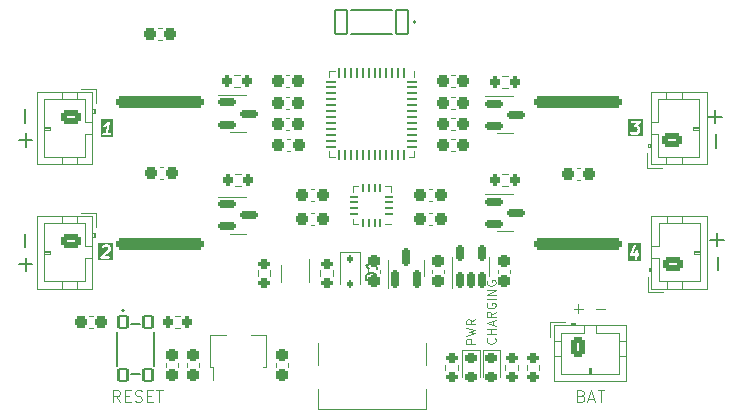
<source format=gbr>
%TF.GenerationSoftware,KiCad,Pcbnew,7.0.9*%
%TF.CreationDate,2023-12-10T21:37:23+08:00*%
%TF.ProjectId,E-Secnt Coach,452d5365-636e-4742-9043-6f6163682e6b,rev?*%
%TF.SameCoordinates,Original*%
%TF.FileFunction,Legend,Top*%
%TF.FilePolarity,Positive*%
%FSLAX46Y46*%
G04 Gerber Fmt 4.6, Leading zero omitted, Abs format (unit mm)*
G04 Created by KiCad (PCBNEW 7.0.9) date 2023-12-10 21:37:23*
%MOMM*%
%LPD*%
G01*
G04 APERTURE LIST*
G04 Aperture macros list*
%AMRoundRect*
0 Rectangle with rounded corners*
0 $1 Rounding radius*
0 $2 $3 $4 $5 $6 $7 $8 $9 X,Y pos of 4 corners*
0 Add a 4 corners polygon primitive as box body*
4,1,4,$2,$3,$4,$5,$6,$7,$8,$9,$2,$3,0*
0 Add four circle primitives for the rounded corners*
1,1,$1+$1,$2,$3*
1,1,$1+$1,$4,$5*
1,1,$1+$1,$6,$7*
1,1,$1+$1,$8,$9*
0 Add four rect primitives between the rounded corners*
20,1,$1+$1,$2,$3,$4,$5,0*
20,1,$1+$1,$4,$5,$6,$7,0*
20,1,$1+$1,$6,$7,$8,$9,0*
20,1,$1+$1,$8,$9,$2,$3,0*%
%AMFreePoly0*
4,1,9,3.862500,-0.866500,0.737500,-0.866500,0.737500,-0.450000,-0.737500,-0.450000,-0.737500,0.450000,0.737500,0.450000,0.737500,0.866500,3.862500,0.866500,3.862500,-0.866500,3.862500,-0.866500,$1*%
%AMFreePoly1*
4,1,43,1.015063,3.345106,1.030902,3.345106,1.043715,3.335796,1.058779,3.330902,1.068088,3.318088,1.080902,3.308779,1.085796,3.293715,1.095106,3.280902,1.095106,3.265062,1.100000,3.250000,1.100000,-3.750000,1.095106,-3.765062,1.095106,-3.780902,1.085796,-3.793715,1.080902,-3.808779,1.068088,-3.818088,1.058779,-3.830902,1.043715,-3.835796,1.030902,-3.845106,1.015063,-3.845106,
1.000000,-3.850000,0.000000,-3.850000,-0.016926,-3.844500,-0.034710,-3.843783,-0.045590,-3.835187,-0.058779,-3.830902,-0.069241,-3.816501,-0.083205,-3.805470,-1.583205,-1.555470,-1.591042,-1.527569,-1.600000,-1.500000,-1.600000,1.000000,-1.591042,1.027569,-1.583205,1.055470,-0.083205,3.305470,-0.069241,3.316501,-0.058779,3.330902,-0.045590,3.335187,-0.034710,3.343783,-0.016926,3.344500,
0.000000,3.350000,1.000000,3.350000,1.015063,3.345106,1.015063,3.345106,$1*%
%AMFreePoly2*
4,1,43,0.016926,3.344500,0.034710,3.343783,0.045590,3.335187,0.058779,3.330902,0.069241,3.316501,0.083205,3.305470,1.583205,1.055470,1.591043,1.027566,1.600000,1.000000,1.600000,-1.500000,1.591043,-1.527566,1.583205,-1.555470,0.083205,-3.805470,0.069241,-3.816501,0.058779,-3.830902,0.045590,-3.835187,0.034710,-3.843783,0.016926,-3.844500,0.000000,-3.850000,-1.000000,-3.850000,
-1.015063,-3.845106,-1.030902,-3.845106,-1.043715,-3.835796,-1.058779,-3.830902,-1.068088,-3.818088,-1.080902,-3.808779,-1.085796,-3.793715,-1.095106,-3.780902,-1.095106,-3.765062,-1.100000,-3.750000,-1.100000,3.250000,-1.095106,3.265062,-1.095106,3.280902,-1.085796,3.293715,-1.080902,3.308779,-1.068088,3.318088,-1.058779,3.330902,-1.043715,3.335796,-1.030902,3.345106,-1.015063,3.345106,
-1.000000,3.350000,0.000000,3.350000,0.016926,3.344500,0.016926,3.344500,$1*%
G04 Aperture macros list end*
%ADD10C,0.187500*%
%ADD11C,0.125000*%
%ADD12C,0.088900*%
%ADD13C,0.200000*%
%ADD14C,0.150000*%
%ADD15C,0.120000*%
%ADD16C,0.127000*%
%ADD17RoundRect,0.250000X0.625000X-0.350000X0.625000X0.350000X-0.625000X0.350000X-0.625000X-0.350000X0*%
%ADD18O,1.750000X1.200000*%
%ADD19R,0.900000X1.300000*%
%ADD20FreePoly0,90.000000*%
%ADD21C,5.600000*%
%ADD22RoundRect,0.200000X0.200000X0.275000X-0.200000X0.275000X-0.200000X-0.275000X0.200000X-0.275000X0*%
%ADD23RoundRect,0.237500X-0.300000X-0.237500X0.300000X-0.237500X0.300000X0.237500X-0.300000X0.237500X0*%
%ADD24RoundRect,0.062500X-0.062500X0.337500X-0.062500X-0.337500X0.062500X-0.337500X0.062500X0.337500X0*%
%ADD25RoundRect,0.062500X-0.337500X0.062500X-0.337500X-0.062500X0.337500X-0.062500X0.337500X0.062500X0*%
%ADD26R,5.300000X5.300000*%
%ADD27RoundRect,0.250000X-0.625000X0.350000X-0.625000X-0.350000X0.625000X-0.350000X0.625000X0.350000X0*%
%ADD28RoundRect,0.250000X-3.500000X0.250000X-3.500000X-0.250000X3.500000X-0.250000X3.500000X0.250000X0*%
%ADD29FreePoly1,270.000000*%
%ADD30FreePoly2,270.000000*%
%ADD31RoundRect,0.218750X-0.256250X0.218750X-0.256250X-0.218750X0.256250X-0.218750X0.256250X0.218750X0*%
%ADD32RoundRect,0.237500X-0.237500X0.300000X-0.237500X-0.300000X0.237500X-0.300000X0.237500X0.300000X0*%
%ADD33C,0.650000*%
%ADD34R,0.600000X1.240000*%
%ADD35R,0.300000X1.240000*%
%ADD36O,1.000000X2.100000*%
%ADD37O,1.000000X1.800000*%
%ADD38RoundRect,0.237500X0.300000X0.237500X-0.300000X0.237500X-0.300000X-0.237500X0.300000X-0.237500X0*%
%ADD39RoundRect,0.150000X0.150000X-0.587500X0.150000X0.587500X-0.150000X0.587500X-0.150000X-0.587500X0*%
%ADD40RoundRect,0.150000X-0.587500X-0.150000X0.587500X-0.150000X0.587500X0.150000X-0.587500X0.150000X0*%
%ADD41RoundRect,0.200000X0.275000X-0.200000X0.275000X0.200000X-0.275000X0.200000X-0.275000X-0.200000X0*%
%ADD42RoundRect,0.200000X-0.200000X-0.275000X0.200000X-0.275000X0.200000X0.275000X-0.200000X0.275000X0*%
%ADD43RoundRect,0.200000X-0.275000X0.200000X-0.275000X-0.200000X0.275000X-0.200000X0.275000X0.200000X0*%
%ADD44R,0.400000X0.650000*%
%ADD45RoundRect,0.150000X0.150000X-0.512500X0.150000X0.512500X-0.150000X0.512500X-0.150000X-0.512500X0*%
%ADD46RoundRect,0.250000X3.500000X-0.250000X3.500000X0.250000X-3.500000X0.250000X-3.500000X-0.250000X0*%
%ADD47FreePoly1,90.000000*%
%ADD48FreePoly2,90.000000*%
%ADD49RoundRect,0.237500X0.237500X-0.300000X0.237500X0.300000X-0.237500X0.300000X-0.237500X-0.300000X0*%
%ADD50RoundRect,0.062500X0.275000X0.062500X-0.275000X0.062500X-0.275000X-0.062500X0.275000X-0.062500X0*%
%ADD51RoundRect,0.062500X0.062500X0.275000X-0.062500X0.275000X-0.062500X-0.275000X0.062500X-0.275000X0*%
%ADD52R,1.900000X1.900000*%
%ADD53RoundRect,0.102000X-0.375000X0.500000X-0.375000X-0.500000X0.375000X-0.500000X0.375000X0.500000X0*%
%ADD54RoundRect,0.112500X-0.112500X0.187500X-0.112500X-0.187500X0.112500X-0.187500X0.112500X0.187500X0*%
%ADD55RoundRect,0.250000X-0.350000X-0.625000X0.350000X-0.625000X0.350000X0.625000X-0.350000X0.625000X0*%
%ADD56O,1.200000X1.750000*%
%ADD57RoundRect,0.102000X0.500000X1.000000X-0.500000X1.000000X-0.500000X-1.000000X0.500000X-1.000000X0*%
G04 APERTURE END LIST*
D10*
X169821702Y-92415750D02*
X168678845Y-92415750D01*
X169250273Y-91844321D02*
X169250273Y-92987178D01*
X110660250Y-82509102D02*
X110660250Y-81366245D01*
X110127497Y-94518450D02*
X111270355Y-94518450D01*
X110698926Y-95089878D02*
X110698926Y-93947021D01*
D11*
X157120331Y-98290166D02*
X157882236Y-98290166D01*
X157501283Y-98671119D02*
X157501283Y-97909214D01*
X118691759Y-106171119D02*
X118358426Y-105694928D01*
X118120331Y-106171119D02*
X118120331Y-105171119D01*
X118120331Y-105171119D02*
X118501283Y-105171119D01*
X118501283Y-105171119D02*
X118596521Y-105218738D01*
X118596521Y-105218738D02*
X118644140Y-105266357D01*
X118644140Y-105266357D02*
X118691759Y-105361595D01*
X118691759Y-105361595D02*
X118691759Y-105504452D01*
X118691759Y-105504452D02*
X118644140Y-105599690D01*
X118644140Y-105599690D02*
X118596521Y-105647309D01*
X118596521Y-105647309D02*
X118501283Y-105694928D01*
X118501283Y-105694928D02*
X118120331Y-105694928D01*
X119120331Y-105647309D02*
X119453664Y-105647309D01*
X119596521Y-106171119D02*
X119120331Y-106171119D01*
X119120331Y-106171119D02*
X119120331Y-105171119D01*
X119120331Y-105171119D02*
X119596521Y-105171119D01*
X119977474Y-106123500D02*
X120120331Y-106171119D01*
X120120331Y-106171119D02*
X120358426Y-106171119D01*
X120358426Y-106171119D02*
X120453664Y-106123500D01*
X120453664Y-106123500D02*
X120501283Y-106075880D01*
X120501283Y-106075880D02*
X120548902Y-105980642D01*
X120548902Y-105980642D02*
X120548902Y-105885404D01*
X120548902Y-105885404D02*
X120501283Y-105790166D01*
X120501283Y-105790166D02*
X120453664Y-105742547D01*
X120453664Y-105742547D02*
X120358426Y-105694928D01*
X120358426Y-105694928D02*
X120167950Y-105647309D01*
X120167950Y-105647309D02*
X120072712Y-105599690D01*
X120072712Y-105599690D02*
X120025093Y-105552071D01*
X120025093Y-105552071D02*
X119977474Y-105456833D01*
X119977474Y-105456833D02*
X119977474Y-105361595D01*
X119977474Y-105361595D02*
X120025093Y-105266357D01*
X120025093Y-105266357D02*
X120072712Y-105218738D01*
X120072712Y-105218738D02*
X120167950Y-105171119D01*
X120167950Y-105171119D02*
X120406045Y-105171119D01*
X120406045Y-105171119D02*
X120548902Y-105218738D01*
X120977474Y-105647309D02*
X121310807Y-105647309D01*
X121453664Y-106171119D02*
X120977474Y-106171119D01*
X120977474Y-106171119D02*
X120977474Y-105171119D01*
X120977474Y-105171119D02*
X121453664Y-105171119D01*
X121739379Y-105171119D02*
X122310807Y-105171119D01*
X122025093Y-106171119D02*
X122025093Y-105171119D01*
D12*
X150419551Y-100754656D02*
X150455837Y-100790942D01*
X150455837Y-100790942D02*
X150492122Y-100899799D01*
X150492122Y-100899799D02*
X150492122Y-100972371D01*
X150492122Y-100972371D02*
X150455837Y-101081228D01*
X150455837Y-101081228D02*
X150383265Y-101153799D01*
X150383265Y-101153799D02*
X150310694Y-101190085D01*
X150310694Y-101190085D02*
X150165551Y-101226371D01*
X150165551Y-101226371D02*
X150056694Y-101226371D01*
X150056694Y-101226371D02*
X149911551Y-101190085D01*
X149911551Y-101190085D02*
X149838979Y-101153799D01*
X149838979Y-101153799D02*
X149766408Y-101081228D01*
X149766408Y-101081228D02*
X149730122Y-100972371D01*
X149730122Y-100972371D02*
X149730122Y-100899799D01*
X149730122Y-100899799D02*
X149766408Y-100790942D01*
X149766408Y-100790942D02*
X149802694Y-100754656D01*
X150492122Y-100428085D02*
X149730122Y-100428085D01*
X150092979Y-100428085D02*
X150092979Y-99992656D01*
X150492122Y-99992656D02*
X149730122Y-99992656D01*
X150274408Y-99666085D02*
X150274408Y-99303228D01*
X150492122Y-99738656D02*
X149730122Y-99484656D01*
X149730122Y-99484656D02*
X150492122Y-99230656D01*
X150492122Y-98541227D02*
X150129265Y-98795227D01*
X150492122Y-98976656D02*
X149730122Y-98976656D01*
X149730122Y-98976656D02*
X149730122Y-98686370D01*
X149730122Y-98686370D02*
X149766408Y-98613799D01*
X149766408Y-98613799D02*
X149802694Y-98577513D01*
X149802694Y-98577513D02*
X149875265Y-98541227D01*
X149875265Y-98541227D02*
X149984122Y-98541227D01*
X149984122Y-98541227D02*
X150056694Y-98577513D01*
X150056694Y-98577513D02*
X150092979Y-98613799D01*
X150092979Y-98613799D02*
X150129265Y-98686370D01*
X150129265Y-98686370D02*
X150129265Y-98976656D01*
X149766408Y-97815513D02*
X149730122Y-97888085D01*
X149730122Y-97888085D02*
X149730122Y-97996942D01*
X149730122Y-97996942D02*
X149766408Y-98105799D01*
X149766408Y-98105799D02*
X149838979Y-98178370D01*
X149838979Y-98178370D02*
X149911551Y-98214656D01*
X149911551Y-98214656D02*
X150056694Y-98250942D01*
X150056694Y-98250942D02*
X150165551Y-98250942D01*
X150165551Y-98250942D02*
X150310694Y-98214656D01*
X150310694Y-98214656D02*
X150383265Y-98178370D01*
X150383265Y-98178370D02*
X150455837Y-98105799D01*
X150455837Y-98105799D02*
X150492122Y-97996942D01*
X150492122Y-97996942D02*
X150492122Y-97924370D01*
X150492122Y-97924370D02*
X150455837Y-97815513D01*
X150455837Y-97815513D02*
X150419551Y-97779227D01*
X150419551Y-97779227D02*
X150165551Y-97779227D01*
X150165551Y-97779227D02*
X150165551Y-97924370D01*
X150492122Y-97452656D02*
X149730122Y-97452656D01*
X150492122Y-97089799D02*
X149730122Y-97089799D01*
X149730122Y-97089799D02*
X150492122Y-96654370D01*
X150492122Y-96654370D02*
X149730122Y-96654370D01*
X149766408Y-95892370D02*
X149730122Y-95964942D01*
X149730122Y-95964942D02*
X149730122Y-96073799D01*
X149730122Y-96073799D02*
X149766408Y-96182656D01*
X149766408Y-96182656D02*
X149838979Y-96255227D01*
X149838979Y-96255227D02*
X149911551Y-96291513D01*
X149911551Y-96291513D02*
X150056694Y-96327799D01*
X150056694Y-96327799D02*
X150165551Y-96327799D01*
X150165551Y-96327799D02*
X150310694Y-96291513D01*
X150310694Y-96291513D02*
X150383265Y-96255227D01*
X150383265Y-96255227D02*
X150455837Y-96182656D01*
X150455837Y-96182656D02*
X150492122Y-96073799D01*
X150492122Y-96073799D02*
X150492122Y-96001227D01*
X150492122Y-96001227D02*
X150455837Y-95892370D01*
X150455837Y-95892370D02*
X150419551Y-95856084D01*
X150419551Y-95856084D02*
X150165551Y-95856084D01*
X150165551Y-95856084D02*
X150165551Y-96001227D01*
D13*
G36*
X162945756Y-83683876D02*
G01*
X161729539Y-83683876D01*
X161729539Y-83354818D01*
X161872396Y-83354818D01*
X161896729Y-83411630D01*
X161938396Y-83459250D01*
X161953995Y-83468554D01*
X161966595Y-83481635D01*
X162055880Y-83529254D01*
X162079816Y-83533506D01*
X162102939Y-83541019D01*
X162388654Y-83541019D01*
X162409492Y-83534248D01*
X162431234Y-83531501D01*
X162532424Y-83483882D01*
X162542994Y-83473955D01*
X162556281Y-83468141D01*
X162609853Y-83420521D01*
X162617154Y-83408059D01*
X162628216Y-83398779D01*
X162687739Y-83303541D01*
X162692976Y-83282543D01*
X162702167Y-83262946D01*
X162731929Y-83024850D01*
X162727403Y-83001293D01*
X162726334Y-82977335D01*
X162690620Y-82882097D01*
X162679358Y-82867967D01*
X162672244Y-82851358D01*
X162630577Y-82803739D01*
X162614979Y-82794435D01*
X162602379Y-82781355D01*
X162539011Y-82747558D01*
X162774840Y-82511730D01*
X162785469Y-82490868D01*
X162799236Y-82471921D01*
X162799236Y-82463851D01*
X162802899Y-82456663D01*
X162799236Y-82433535D01*
X162799236Y-82410117D01*
X162794493Y-82403588D01*
X162793231Y-82395620D01*
X162776674Y-82379063D01*
X162762909Y-82360117D01*
X162755234Y-82357623D01*
X162749529Y-82351918D01*
X162726400Y-82348254D01*
X162704130Y-82341019D01*
X162085082Y-82341019D01*
X162026303Y-82360117D01*
X161989976Y-82410117D01*
X161989976Y-82471921D01*
X162026303Y-82521921D01*
X162085082Y-82541019D01*
X162462709Y-82541019D01*
X162252467Y-82751260D01*
X162241836Y-82772123D01*
X162228072Y-82791069D01*
X162228072Y-82799138D01*
X162224409Y-82806328D01*
X162228072Y-82829455D01*
X162228072Y-82852873D01*
X162232814Y-82859400D01*
X162234077Y-82867370D01*
X162250633Y-82883926D01*
X162264399Y-82902873D01*
X162272073Y-82905366D01*
X162277779Y-82911072D01*
X162300908Y-82914735D01*
X162323178Y-82921971D01*
X162441035Y-82921971D01*
X162492113Y-82949212D01*
X162509744Y-82969362D01*
X162530417Y-83024489D01*
X162506447Y-83216249D01*
X162466235Y-83280589D01*
X162434198Y-83309066D01*
X162366300Y-83341019D01*
X162127939Y-83341019D01*
X162076861Y-83313777D01*
X162047245Y-83279930D01*
X161994166Y-83248270D01*
X161932616Y-83253856D01*
X161886103Y-83294554D01*
X161872396Y-83354818D01*
X161729539Y-83354818D01*
X161729539Y-82198162D01*
X162945756Y-82198162D01*
X162945756Y-83683876D01*
G37*
G36*
X118113093Y-83734676D02*
G01*
X117065738Y-83734676D01*
X117065738Y-83522721D01*
X117208595Y-83522721D01*
X117244922Y-83572721D01*
X117303701Y-83591819D01*
X117875130Y-83591819D01*
X117933909Y-83572721D01*
X117970236Y-83522721D01*
X117970236Y-83460917D01*
X117933909Y-83410917D01*
X117875130Y-83391819D01*
X117702694Y-83391819D01*
X117813644Y-82504223D01*
X117812830Y-82499990D01*
X117814331Y-82495950D01*
X117807068Y-82469996D01*
X117801984Y-82443529D01*
X117798838Y-82440582D01*
X117797677Y-82436433D01*
X117776548Y-82419706D01*
X117756876Y-82401281D01*
X117752599Y-82400746D01*
X117749220Y-82398071D01*
X117722289Y-82396957D01*
X117695549Y-82393615D01*
X117691775Y-82395695D01*
X117687470Y-82395518D01*
X117665037Y-82410440D01*
X117641429Y-82423459D01*
X117639598Y-82427362D01*
X117636011Y-82429749D01*
X117528344Y-82565747D01*
X117438531Y-82645581D01*
X117350408Y-82687051D01*
X117305355Y-82729359D01*
X117293775Y-82790068D01*
X117320091Y-82845989D01*
X117374250Y-82875763D01*
X117435566Y-82868015D01*
X117536758Y-82820396D01*
X117547328Y-82810469D01*
X117560615Y-82804655D01*
X117576272Y-82790736D01*
X117501138Y-83391819D01*
X117303701Y-83391819D01*
X117244922Y-83410917D01*
X117208595Y-83460917D01*
X117208595Y-83522721D01*
X117065738Y-83522721D01*
X117065738Y-82250758D01*
X118113093Y-82250758D01*
X118113093Y-83734676D01*
G37*
D11*
X157753664Y-105647309D02*
X157896521Y-105694928D01*
X157896521Y-105694928D02*
X157944140Y-105742547D01*
X157944140Y-105742547D02*
X157991759Y-105837785D01*
X157991759Y-105837785D02*
X157991759Y-105980642D01*
X157991759Y-105980642D02*
X157944140Y-106075880D01*
X157944140Y-106075880D02*
X157896521Y-106123500D01*
X157896521Y-106123500D02*
X157801283Y-106171119D01*
X157801283Y-106171119D02*
X157420331Y-106171119D01*
X157420331Y-106171119D02*
X157420331Y-105171119D01*
X157420331Y-105171119D02*
X157753664Y-105171119D01*
X157753664Y-105171119D02*
X157848902Y-105218738D01*
X157848902Y-105218738D02*
X157896521Y-105266357D01*
X157896521Y-105266357D02*
X157944140Y-105361595D01*
X157944140Y-105361595D02*
X157944140Y-105456833D01*
X157944140Y-105456833D02*
X157896521Y-105552071D01*
X157896521Y-105552071D02*
X157848902Y-105599690D01*
X157848902Y-105599690D02*
X157753664Y-105647309D01*
X157753664Y-105647309D02*
X157420331Y-105647309D01*
X158372712Y-105885404D02*
X158848902Y-105885404D01*
X158277474Y-106171119D02*
X158610807Y-105171119D01*
X158610807Y-105171119D02*
X158944140Y-106171119D01*
X159134617Y-105171119D02*
X159706045Y-105171119D01*
X159420331Y-106171119D02*
X159420331Y-105171119D01*
D10*
X110127497Y-83977450D02*
X111270355Y-83977450D01*
X110698926Y-84548878D02*
X110698926Y-83406021D01*
X169657502Y-82012150D02*
X168514645Y-82012150D01*
X169086073Y-81440721D02*
X169086073Y-82583578D01*
D12*
X148782122Y-101230085D02*
X148020122Y-101230085D01*
X148020122Y-101230085D02*
X148020122Y-100939799D01*
X148020122Y-100939799D02*
X148056408Y-100867228D01*
X148056408Y-100867228D02*
X148092694Y-100830942D01*
X148092694Y-100830942D02*
X148165265Y-100794656D01*
X148165265Y-100794656D02*
X148274122Y-100794656D01*
X148274122Y-100794656D02*
X148346694Y-100830942D01*
X148346694Y-100830942D02*
X148382979Y-100867228D01*
X148382979Y-100867228D02*
X148419265Y-100939799D01*
X148419265Y-100939799D02*
X148419265Y-101230085D01*
X148020122Y-100540656D02*
X148782122Y-100359228D01*
X148782122Y-100359228D02*
X148237837Y-100214085D01*
X148237837Y-100214085D02*
X148782122Y-100068942D01*
X148782122Y-100068942D02*
X148020122Y-99887514D01*
X148782122Y-99161799D02*
X148419265Y-99415799D01*
X148782122Y-99597228D02*
X148020122Y-99597228D01*
X148020122Y-99597228D02*
X148020122Y-99306942D01*
X148020122Y-99306942D02*
X148056408Y-99234371D01*
X148056408Y-99234371D02*
X148092694Y-99198085D01*
X148092694Y-99198085D02*
X148165265Y-99161799D01*
X148165265Y-99161799D02*
X148274122Y-99161799D01*
X148274122Y-99161799D02*
X148346694Y-99198085D01*
X148346694Y-99198085D02*
X148382979Y-99234371D01*
X148382979Y-99234371D02*
X148419265Y-99306942D01*
X148419265Y-99306942D02*
X148419265Y-99597228D01*
D11*
X159020331Y-98290166D02*
X159782236Y-98290166D01*
D10*
X169288950Y-93884097D02*
X169288950Y-95026955D01*
D13*
G36*
X162804779Y-94248480D02*
G01*
X161706875Y-94248480D01*
X161706875Y-93693811D01*
X161849732Y-93693811D01*
X161852662Y-93699015D01*
X161852662Y-93704987D01*
X161867590Y-93725534D01*
X161880050Y-93747667D01*
X161885478Y-93750154D01*
X161888989Y-93754987D01*
X161913145Y-93762835D01*
X161936234Y-93773418D01*
X161942089Y-93772239D01*
X161947768Y-93774085D01*
X162310680Y-93774085D01*
X162283064Y-93995016D01*
X162294724Y-94055709D01*
X162339832Y-94097958D01*
X162401159Y-94105623D01*
X162455279Y-94075779D01*
X162481520Y-94019822D01*
X162512237Y-93774085D01*
X162566816Y-93774085D01*
X162625595Y-93754987D01*
X162661922Y-93704987D01*
X162661922Y-93643183D01*
X162625595Y-93593183D01*
X162566816Y-93574085D01*
X162537237Y-93574085D01*
X162564853Y-93353156D01*
X162553193Y-93292462D01*
X162508085Y-93250213D01*
X162446758Y-93242548D01*
X162392638Y-93272392D01*
X162366397Y-93328349D01*
X162335680Y-93574085D01*
X162103604Y-93574085D01*
X162366055Y-93001466D01*
X162373185Y-92940075D01*
X162342867Y-92886218D01*
X162286683Y-92860467D01*
X162226094Y-92872658D01*
X162184242Y-92918135D01*
X161856862Y-93632419D01*
X161856173Y-93638350D01*
X161852662Y-93643183D01*
X161852662Y-93668582D01*
X161849732Y-93693811D01*
X161706875Y-93693811D01*
X161706875Y-92717610D01*
X162804779Y-92717610D01*
X162804779Y-94248480D01*
G37*
G36*
X118066005Y-94174076D02*
G01*
X116863145Y-94174076D01*
X116863145Y-93909803D01*
X117006002Y-93909803D01*
X117008576Y-93935897D01*
X117008576Y-93962121D01*
X117011569Y-93966240D01*
X117012069Y-93971308D01*
X117029488Y-93990904D01*
X117044903Y-94012121D01*
X117049746Y-94013694D01*
X117053129Y-94017500D01*
X117078745Y-94023116D01*
X117103682Y-94031219D01*
X117722730Y-94031219D01*
X117781509Y-94012121D01*
X117817836Y-93962121D01*
X117817836Y-93900317D01*
X117781509Y-93850317D01*
X117722730Y-93831219D01*
X117366701Y-93831219D01*
X117812975Y-93434531D01*
X117823434Y-93416680D01*
X117837445Y-93401456D01*
X117902922Y-93258599D01*
X117904699Y-93243290D01*
X117911244Y-93229336D01*
X117923148Y-93134098D01*
X117918622Y-93110540D01*
X117917553Y-93086583D01*
X117881839Y-92991345D01*
X117870577Y-92977215D01*
X117863463Y-92960606D01*
X117821796Y-92912987D01*
X117806198Y-92903683D01*
X117793598Y-92890603D01*
X117704313Y-92842984D01*
X117680376Y-92838731D01*
X117657254Y-92831219D01*
X117419158Y-92831219D01*
X117398319Y-92837989D01*
X117376578Y-92840737D01*
X117275388Y-92888356D01*
X117264816Y-92898283D01*
X117251532Y-92904097D01*
X117197960Y-92951716D01*
X117166717Y-93005041D01*
X117172784Y-93066546D01*
X117213844Y-93112739D01*
X117274214Y-93125975D01*
X117330834Y-93101198D01*
X117373613Y-93063171D01*
X117441512Y-93031219D01*
X117632254Y-93031219D01*
X117683332Y-93058460D01*
X117700963Y-93078610D01*
X117721636Y-93133738D01*
X117714696Y-93189259D01*
X117664391Y-93299014D01*
X117037246Y-93856478D01*
X117023993Y-93879097D01*
X117008576Y-93900317D01*
X117008576Y-93905409D01*
X117006002Y-93909803D01*
X116863145Y-93909803D01*
X116863145Y-92688362D01*
X118066005Y-92688362D01*
X118066005Y-94174076D01*
G37*
D10*
X169124750Y-83480497D02*
X169124750Y-84623355D01*
X110660250Y-93050102D02*
X110660250Y-91907245D01*
D14*
X140483390Y-95843094D02*
X139483390Y-95843094D01*
X139483390Y-95843094D02*
X139483390Y-95604999D01*
X139483390Y-95604999D02*
X139531009Y-95462142D01*
X139531009Y-95462142D02*
X139626247Y-95366904D01*
X139626247Y-95366904D02*
X139721485Y-95319285D01*
X139721485Y-95319285D02*
X139911961Y-95271666D01*
X139911961Y-95271666D02*
X140054818Y-95271666D01*
X140054818Y-95271666D02*
X140245294Y-95319285D01*
X140245294Y-95319285D02*
X140340532Y-95366904D01*
X140340532Y-95366904D02*
X140435771Y-95462142D01*
X140435771Y-95462142D02*
X140483390Y-95604999D01*
X140483390Y-95604999D02*
X140483390Y-95843094D01*
X140483390Y-94319285D02*
X140483390Y-94890713D01*
X140483390Y-94604999D02*
X139483390Y-94604999D01*
X139483390Y-94604999D02*
X139626247Y-94700237D01*
X139626247Y-94700237D02*
X139721485Y-94795475D01*
X139721485Y-94795475D02*
X139769104Y-94890713D01*
D15*
%TO.C,J4*%
X163340000Y-86360000D02*
X164590000Y-86360000D01*
X163640000Y-86060000D02*
X168360000Y-86060000D01*
X164950000Y-86060000D02*
X164950000Y-85450000D01*
X166250000Y-86060000D02*
X166250000Y-85450000D01*
X168360000Y-86060000D02*
X168360000Y-79940000D01*
X164250000Y-85450000D02*
X167750000Y-85450000D01*
X167750000Y-85450000D02*
X167750000Y-80550000D01*
X163340000Y-85110000D02*
X163340000Y-86360000D01*
X163440000Y-84600000D02*
X163640000Y-84600000D01*
X163440000Y-84300000D02*
X163440000Y-84600000D01*
X163540000Y-84300000D02*
X163540000Y-84600000D01*
X163640000Y-84300000D02*
X163440000Y-84300000D01*
X163640000Y-83500000D02*
X164250000Y-83500000D01*
X164250000Y-83500000D02*
X164250000Y-85450000D01*
X167250000Y-83100000D02*
X167250000Y-82900000D01*
X167750000Y-83100000D02*
X167250000Y-83100000D01*
X167750000Y-83000000D02*
X167250000Y-83000000D01*
X167250000Y-82900000D02*
X167750000Y-82900000D01*
X164250000Y-82500000D02*
X163640000Y-82500000D01*
X164250000Y-80550000D02*
X164250000Y-82500000D01*
X167750000Y-80550000D02*
X164250000Y-80550000D01*
X163640000Y-79940000D02*
X163640000Y-86060000D01*
X164950000Y-79940000D02*
X164950000Y-80550000D01*
X166250000Y-79940000D02*
X166250000Y-80550000D01*
X168360000Y-79940000D02*
X163640000Y-79940000D01*
%TO.C,U3*%
X126570000Y-104330000D02*
X126570000Y-103190000D01*
X126340000Y-103190000D02*
X126570000Y-103190000D01*
X126340000Y-103190000D02*
X126340000Y-100470000D01*
X131060000Y-103190000D02*
X130830000Y-103190000D01*
X126340000Y-100470000D02*
X127650000Y-100470000D01*
X129750000Y-100470000D02*
X131060000Y-100470000D01*
X131060000Y-100470000D02*
X131060000Y-103190000D01*
%TO.C,R10*%
X123807258Y-99932500D02*
X123332742Y-99932500D01*
X123807258Y-98887500D02*
X123332742Y-98887500D01*
%TO.C,C18*%
X157353733Y-86390000D02*
X157646267Y-86390000D01*
X157353733Y-87410000D02*
X157646267Y-87410000D01*
%TO.C,U1*%
X136390000Y-78179000D02*
X136865000Y-78179000D01*
X143610000Y-78654000D02*
X143610000Y-78179000D01*
X136390000Y-78654000D02*
X136390000Y-78179000D01*
X143610000Y-84924000D02*
X143610000Y-85399000D01*
X136390000Y-84924000D02*
X136390000Y-85399000D01*
X143610000Y-85399000D02*
X143135000Y-85399000D01*
X136390000Y-85399000D02*
X136865000Y-85399000D01*
%TO.C,J3*%
X116660000Y-90140000D02*
X115410000Y-90140000D01*
X116360000Y-90440000D02*
X111640000Y-90440000D01*
X115050000Y-90440000D02*
X115050000Y-91050000D01*
X113750000Y-90440000D02*
X113750000Y-91050000D01*
X111640000Y-90440000D02*
X111640000Y-96560000D01*
X115750000Y-91050000D02*
X112250000Y-91050000D01*
X112250000Y-91050000D02*
X112250000Y-95950000D01*
X116660000Y-91390000D02*
X116660000Y-90140000D01*
X116560000Y-91900000D02*
X116360000Y-91900000D01*
X116560000Y-92200000D02*
X116560000Y-91900000D01*
X116460000Y-92200000D02*
X116460000Y-91900000D01*
X116360000Y-92200000D02*
X116560000Y-92200000D01*
X116360000Y-93000000D02*
X115750000Y-93000000D01*
X115750000Y-93000000D02*
X115750000Y-91050000D01*
X112750000Y-93400000D02*
X112750000Y-93600000D01*
X112250000Y-93400000D02*
X112750000Y-93400000D01*
X112250000Y-93500000D02*
X112750000Y-93500000D01*
X112750000Y-93600000D02*
X112250000Y-93600000D01*
X115750000Y-94000000D02*
X116360000Y-94000000D01*
X115750000Y-95950000D02*
X115750000Y-94000000D01*
X112250000Y-95950000D02*
X115750000Y-95950000D01*
X116360000Y-96560000D02*
X116360000Y-90440000D01*
X115050000Y-96560000D02*
X115050000Y-95950000D01*
X113750000Y-96560000D02*
X113750000Y-95950000D01*
X111640000Y-96560000D02*
X116360000Y-96560000D01*
%TO.C,C21*%
X146753733Y-82123332D02*
X147046267Y-82123332D01*
X146753733Y-83143332D02*
X147046267Y-83143332D01*
%TO.C,C19*%
X146753733Y-78490000D02*
X147046267Y-78490000D01*
X146753733Y-79510000D02*
X147046267Y-79510000D01*
%TO.C,D3*%
X149135000Y-101765000D02*
X147665000Y-101765000D01*
X147665000Y-101765000D02*
X147665000Y-104050000D01*
X149135000Y-104050000D02*
X149135000Y-101765000D01*
%TO.C,C20*%
X151710000Y-94953733D02*
X151710000Y-95246267D01*
X150690000Y-94953733D02*
X150690000Y-95246267D01*
%TO.C,J1*%
X135420000Y-101150000D02*
X135420000Y-103070000D01*
X135420000Y-106785000D02*
X135420000Y-105080000D01*
X144580000Y-103070000D02*
X144580000Y-101150000D01*
X144580000Y-105080000D02*
X144580000Y-106785000D01*
X144580000Y-106785000D02*
X135420000Y-106785000D01*
%TO.C,C22*%
X116376267Y-99930000D02*
X116083733Y-99930000D01*
X116376267Y-98910000D02*
X116083733Y-98910000D01*
%TO.C,C6*%
X135146267Y-89185000D02*
X134853733Y-89185000D01*
X135146267Y-88165000D02*
X134853733Y-88165000D01*
%TO.C,Q6*%
X141354285Y-94830000D02*
X141354285Y-96505000D01*
X141354285Y-94830000D02*
X141354285Y-94180000D01*
X144474285Y-94830000D02*
X144474285Y-95480000D01*
X144474285Y-94830000D02*
X144474285Y-94180000D01*
%TO.C,Q2*%
X128700000Y-88790000D02*
X127025000Y-88790000D01*
X128700000Y-88790000D02*
X129350000Y-88790000D01*
X128700000Y-91910000D02*
X128050000Y-91910000D01*
X128700000Y-91910000D02*
X129350000Y-91910000D01*
%TO.C,R2*%
X153127500Y-103487258D02*
X153127500Y-103012742D01*
X154172500Y-103487258D02*
X154172500Y-103012742D01*
%TO.C,C12*%
X146753733Y-83940000D02*
X147046267Y-83940000D01*
X146753733Y-84960000D02*
X147046267Y-84960000D01*
%TO.C,C7*%
X135146267Y-91185000D02*
X134853733Y-91185000D01*
X135146267Y-90165000D02*
X134853733Y-90165000D01*
%TO.C,C11*%
X146753733Y-80306666D02*
X147046267Y-80306666D01*
X146753733Y-81326666D02*
X147046267Y-81326666D01*
%TO.C,R5*%
X128362742Y-78477500D02*
X128837258Y-78477500D01*
X128362742Y-79522500D02*
X128837258Y-79522500D01*
%TO.C,R7*%
X151537258Y-79622500D02*
X151062742Y-79622500D01*
X151537258Y-78577500D02*
X151062742Y-78577500D01*
%TO.C,R3*%
X131422500Y-95032742D02*
X131422500Y-95507258D01*
X130377500Y-95032742D02*
X130377500Y-95507258D01*
%TO.C,Q1*%
X128700000Y-80190000D02*
X127025000Y-80190000D01*
X128700000Y-80190000D02*
X129350000Y-80190000D01*
X128700000Y-83310000D02*
X128050000Y-83310000D01*
X128700000Y-83310000D02*
X129350000Y-83310000D01*
%TO.C,C3*%
X125410000Y-102883733D02*
X125410000Y-103176267D01*
X124390000Y-102883733D02*
X124390000Y-103176267D01*
%TO.C,J5*%
X163390000Y-96860000D02*
X164640000Y-96860000D01*
X163690000Y-96560000D02*
X168410000Y-96560000D01*
X165000000Y-96560000D02*
X165000000Y-95950000D01*
X166300000Y-96560000D02*
X166300000Y-95950000D01*
X168410000Y-96560000D02*
X168410000Y-90440000D01*
X164300000Y-95950000D02*
X167800000Y-95950000D01*
X167800000Y-95950000D02*
X167800000Y-91050000D01*
X163390000Y-95610000D02*
X163390000Y-96860000D01*
X163490000Y-95100000D02*
X163690000Y-95100000D01*
X163490000Y-94800000D02*
X163490000Y-95100000D01*
X163590000Y-94800000D02*
X163590000Y-95100000D01*
X163690000Y-94800000D02*
X163490000Y-94800000D01*
X163690000Y-94000000D02*
X164300000Y-94000000D01*
X164300000Y-94000000D02*
X164300000Y-95950000D01*
X167300000Y-93600000D02*
X167300000Y-93400000D01*
X167800000Y-93600000D02*
X167300000Y-93600000D01*
X167800000Y-93500000D02*
X167300000Y-93500000D01*
X167300000Y-93400000D02*
X167800000Y-93400000D01*
X164300000Y-93000000D02*
X163690000Y-93000000D01*
X164300000Y-91050000D02*
X164300000Y-93000000D01*
X167800000Y-91050000D02*
X164300000Y-91050000D01*
X163690000Y-90440000D02*
X163690000Y-96560000D01*
X165000000Y-90440000D02*
X165000000Y-91050000D01*
X166300000Y-90440000D02*
X166300000Y-91050000D01*
X168410000Y-90440000D02*
X163690000Y-90440000D01*
%TO.C,R6*%
X128462742Y-86877500D02*
X128937258Y-86877500D01*
X128462742Y-87922500D02*
X128937258Y-87922500D01*
%TO.C,C17*%
X133096267Y-84960000D02*
X132803733Y-84960000D01*
X133096267Y-83940000D02*
X132803733Y-83940000D01*
%TO.C,Q3*%
X151300000Y-80290000D02*
X149625000Y-80290000D01*
X151300000Y-80290000D02*
X151950000Y-80290000D01*
X151300000Y-83410000D02*
X150650000Y-83410000D01*
X151300000Y-83410000D02*
X151950000Y-83410000D01*
%TO.C,Q5*%
X132360000Y-94580000D02*
X132360000Y-95980000D01*
X134680000Y-95980000D02*
X134680000Y-94080000D01*
%TO.C,C16*%
X122246267Y-75510000D02*
X121953733Y-75510000D01*
X122246267Y-74490000D02*
X121953733Y-74490000D01*
%TO.C,Q4*%
X151300000Y-88590000D02*
X149625000Y-88590000D01*
X151300000Y-88590000D02*
X151950000Y-88590000D01*
X151300000Y-91710000D02*
X150650000Y-91710000D01*
X151300000Y-91710000D02*
X151950000Y-91710000D01*
%TO.C,C14*%
X133046267Y-79510000D02*
X132753733Y-79510000D01*
X133046267Y-78490000D02*
X132753733Y-78490000D01*
%TO.C,U4*%
X146840000Y-94700000D02*
X146840000Y-96500000D01*
X146840000Y-94700000D02*
X146840000Y-93900000D01*
X149960000Y-94700000D02*
X149960000Y-95500000D01*
X149960000Y-94700000D02*
X149960000Y-93900000D01*
%TO.C,C4*%
X140681428Y-94953733D02*
X140681428Y-95246267D01*
X139661428Y-94953733D02*
X139661428Y-95246267D01*
%TO.C,C5*%
X145147142Y-95246267D02*
X145147142Y-94953733D01*
X146167142Y-95246267D02*
X146167142Y-94953733D01*
%TO.C,U2*%
X141610000Y-87915000D02*
X141610000Y-88390000D01*
X141135000Y-91135000D02*
X141610000Y-91135000D01*
X141135000Y-87915000D02*
X141610000Y-87915000D01*
X138865000Y-91135000D02*
X138390000Y-91135000D01*
X138865000Y-87915000D02*
X138390000Y-87915000D01*
X138390000Y-91135000D02*
X138390000Y-90660000D01*
X138390000Y-87915000D02*
X138390000Y-88390000D01*
%TO.C,C8*%
X144853733Y-88165000D02*
X145146267Y-88165000D01*
X144853733Y-89185000D02*
X145146267Y-89185000D01*
%TO.C,R8*%
X151537258Y-87922500D02*
X151062742Y-87922500D01*
X151537258Y-86877500D02*
X151062742Y-86877500D01*
%TO.C,C15*%
X122346267Y-87310000D02*
X122053733Y-87310000D01*
X122346267Y-86290000D02*
X122053733Y-86290000D01*
D16*
%TO.C,KEY1*%
X120396700Y-99558600D02*
X119623700Y-99558600D01*
X118410200Y-100222100D02*
X118410200Y-103095100D01*
X121610200Y-103095100D02*
X121610200Y-100222100D01*
X119623700Y-103758600D02*
X120396700Y-103758600D01*
D13*
X119035200Y-98428600D02*
G75*
G03*
X119035200Y-98428600I-100000J0D01*
G01*
D15*
%TO.C,C10*%
X133046267Y-83143332D02*
X132753733Y-83143332D01*
X133046267Y-82123332D02*
X132753733Y-82123332D01*
%TO.C,C13*%
X133046267Y-81326666D02*
X132753733Y-81326666D01*
X133046267Y-80306666D02*
X132753733Y-80306666D01*
%TO.C,C9*%
X144853733Y-90165000D02*
X145146267Y-90165000D01*
X144853733Y-91185000D02*
X145146267Y-91185000D01*
%TO.C,R1*%
X151327500Y-103487258D02*
X151327500Y-103012742D01*
X152372500Y-103487258D02*
X152372500Y-103012742D01*
%TO.C,R4*%
X136708214Y-95032742D02*
X136708214Y-95507258D01*
X135663214Y-95032742D02*
X135663214Y-95507258D01*
%TO.C,J2*%
X116660000Y-79640000D02*
X115410000Y-79640000D01*
X116360000Y-79940000D02*
X111640000Y-79940000D01*
X115050000Y-79940000D02*
X115050000Y-80550000D01*
X113750000Y-79940000D02*
X113750000Y-80550000D01*
X111640000Y-79940000D02*
X111640000Y-86060000D01*
X115750000Y-80550000D02*
X112250000Y-80550000D01*
X112250000Y-80550000D02*
X112250000Y-85450000D01*
X116660000Y-80890000D02*
X116660000Y-79640000D01*
X116560000Y-81400000D02*
X116360000Y-81400000D01*
X116560000Y-81700000D02*
X116560000Y-81400000D01*
X116460000Y-81700000D02*
X116460000Y-81400000D01*
X116360000Y-81700000D02*
X116560000Y-81700000D01*
X116360000Y-82500000D02*
X115750000Y-82500000D01*
X115750000Y-82500000D02*
X115750000Y-80550000D01*
X112750000Y-82900000D02*
X112750000Y-83100000D01*
X112250000Y-82900000D02*
X112750000Y-82900000D01*
X112250000Y-83000000D02*
X112750000Y-83000000D01*
X112750000Y-83100000D02*
X112250000Y-83100000D01*
X115750000Y-83500000D02*
X116360000Y-83500000D01*
X115750000Y-85450000D02*
X115750000Y-83500000D01*
X112250000Y-85450000D02*
X115750000Y-85450000D01*
X116360000Y-86060000D02*
X116360000Y-79940000D01*
X115050000Y-86060000D02*
X115050000Y-85450000D01*
X113750000Y-86060000D02*
X113750000Y-85450000D01*
X111640000Y-86060000D02*
X116360000Y-86060000D01*
%TO.C,R9*%
X146252500Y-103487258D02*
X146252500Y-103012742D01*
X147297500Y-103487258D02*
X147297500Y-103012742D01*
%TO.C,C2*%
X123617143Y-102883733D02*
X123617143Y-103176267D01*
X122597143Y-102883733D02*
X122597143Y-103176267D01*
%TO.C,D2*%
X150860000Y-101765000D02*
X149390000Y-101765000D01*
X149390000Y-101765000D02*
X149390000Y-104050000D01*
X150860000Y-104050000D02*
X150860000Y-101765000D01*
%TO.C,D1*%
X139028571Y-93495000D02*
X137328571Y-93495000D01*
X139028571Y-93495000D02*
X139028571Y-96155000D01*
X137328571Y-93495000D02*
X137328571Y-96155000D01*
%TO.C,J6*%
X155140000Y-99390000D02*
X155140000Y-100640000D01*
X155440000Y-99690000D02*
X155440000Y-104410000D01*
X155440000Y-101000000D02*
X156050000Y-101000000D01*
X155440000Y-102300000D02*
X156050000Y-102300000D01*
X155440000Y-104410000D02*
X161560000Y-104410000D01*
X156050000Y-100300000D02*
X156050000Y-103800000D01*
X156050000Y-103800000D02*
X160950000Y-103800000D01*
X156390000Y-99390000D02*
X155140000Y-99390000D01*
X156900000Y-99490000D02*
X156900000Y-99690000D01*
X157200000Y-99490000D02*
X156900000Y-99490000D01*
X157200000Y-99590000D02*
X156900000Y-99590000D01*
X157200000Y-99690000D02*
X157200000Y-99490000D01*
X158000000Y-99690000D02*
X158000000Y-100300000D01*
X158000000Y-100300000D02*
X156050000Y-100300000D01*
X158400000Y-103300000D02*
X158600000Y-103300000D01*
X158400000Y-103800000D02*
X158400000Y-103300000D01*
X158500000Y-103800000D02*
X158500000Y-103300000D01*
X158600000Y-103300000D02*
X158600000Y-103800000D01*
X159000000Y-100300000D02*
X159000000Y-99690000D01*
X160950000Y-100300000D02*
X159000000Y-100300000D01*
X160950000Y-103800000D02*
X160950000Y-100300000D01*
X161560000Y-99690000D02*
X155440000Y-99690000D01*
X161560000Y-101000000D02*
X160950000Y-101000000D01*
X161560000Y-102300000D02*
X160950000Y-102300000D01*
X161560000Y-104410000D02*
X161560000Y-99690000D01*
%TO.C,C1*%
X131890000Y-103176267D02*
X131890000Y-102883733D01*
X132910000Y-103176267D02*
X132910000Y-102883733D01*
D16*
%TO.C,E1*%
X141750000Y-75000000D02*
X138250000Y-75000000D01*
X141750000Y-73000000D02*
X138250000Y-73000000D01*
D13*
X143750000Y-74000000D02*
G75*
G03*
X143750000Y-74000000I-100000J0D01*
G01*
%TD*%
%LPC*%
D17*
%TO.C,J4*%
X165450000Y-84000000D03*
D18*
X165450000Y-82000000D03*
%TD*%
D19*
%TO.C,U3*%
X127200000Y-103780000D03*
D20*
X128700000Y-103692500D03*
D19*
X130200000Y-103780000D03*
%TD*%
D21*
%TO.C,REF\u002A\u002A*%
X167000000Y-104000000D03*
%TD*%
D22*
%TO.C,R10*%
X124395000Y-99410000D03*
X122745000Y-99410000D03*
%TD*%
D23*
%TO.C,C18*%
X156637500Y-86900000D03*
X158362500Y-86900000D03*
%TD*%
D24*
%TO.C,U1*%
X142750000Y-78339000D03*
X142250000Y-78339000D03*
X141750000Y-78339000D03*
X141250000Y-78339000D03*
X140750000Y-78339000D03*
X140250000Y-78339000D03*
X139750000Y-78339000D03*
X139250000Y-78339000D03*
X138750000Y-78339000D03*
X138250000Y-78339000D03*
X137750000Y-78339000D03*
X137250000Y-78339000D03*
D25*
X136550000Y-79039000D03*
X136550000Y-79539000D03*
X136550000Y-80039000D03*
X136550000Y-80539000D03*
X136550000Y-81039000D03*
X136550000Y-81539000D03*
X136550000Y-82039000D03*
X136550000Y-82539000D03*
X136550000Y-83039000D03*
X136550000Y-83539000D03*
X136550000Y-84039000D03*
X136550000Y-84539000D03*
D24*
X137250000Y-85239000D03*
X137750000Y-85239000D03*
X138250000Y-85239000D03*
X138750000Y-85239000D03*
X139250000Y-85239000D03*
X139750000Y-85239000D03*
X140250000Y-85239000D03*
X140750000Y-85239000D03*
X141250000Y-85239000D03*
X141750000Y-85239000D03*
X142250000Y-85239000D03*
X142750000Y-85239000D03*
D25*
X143450000Y-84539000D03*
X143450000Y-84039000D03*
X143450000Y-83539000D03*
X143450000Y-83039000D03*
X143450000Y-82539000D03*
X143450000Y-82039000D03*
X143450000Y-81539000D03*
X143450000Y-81039000D03*
X143450000Y-80539000D03*
X143450000Y-80039000D03*
X143450000Y-79539000D03*
X143450000Y-79039000D03*
D26*
X140000000Y-81789000D03*
%TD*%
D27*
%TO.C,J3*%
X114550000Y-92500000D03*
D18*
X114550000Y-94500000D03*
%TD*%
D23*
%TO.C,C21*%
X146037500Y-82633332D03*
X147762500Y-82633332D03*
%TD*%
%TO.C,C19*%
X146037500Y-79000000D03*
X147762500Y-79000000D03*
%TD*%
D28*
%TO.C,L2*%
X122100000Y-92800000D03*
D29*
X122350000Y-90300000D03*
D30*
X122350000Y-95300000D03*
%TD*%
D21*
%TO.C,REF\u002A\u002A*%
X113000000Y-75000000D03*
%TD*%
D31*
%TO.C,D3*%
X148400000Y-102462500D03*
X148400000Y-104037500D03*
%TD*%
D32*
%TO.C,C20*%
X151200000Y-94237500D03*
X151200000Y-95962500D03*
%TD*%
D33*
%TO.C,J1*%
X137110000Y-100395000D03*
X142890000Y-100395000D03*
D34*
X136800000Y-99275000D03*
X137600000Y-99275000D03*
D35*
X138750000Y-99275000D03*
X139750000Y-99275000D03*
X140250000Y-99275000D03*
X141250000Y-99275000D03*
D34*
X142400000Y-99275000D03*
X143200000Y-99275000D03*
X143200000Y-99275000D03*
X142400000Y-99275000D03*
D35*
X141750000Y-99275000D03*
X140750000Y-99275000D03*
X139250000Y-99275000D03*
X138250000Y-99275000D03*
D34*
X137600000Y-99275000D03*
X136800000Y-99275000D03*
D36*
X135680000Y-99875000D03*
D37*
X135680000Y-104075000D03*
D36*
X144320000Y-99875000D03*
D37*
X144320000Y-104075000D03*
%TD*%
D38*
%TO.C,C22*%
X117092500Y-99420000D03*
X115367500Y-99420000D03*
%TD*%
%TO.C,C6*%
X135862500Y-88675000D03*
X134137500Y-88675000D03*
%TD*%
D39*
%TO.C,Q6*%
X141964285Y-95767500D03*
X143864285Y-95767500D03*
X142914285Y-93892500D03*
%TD*%
D40*
%TO.C,Q2*%
X127762500Y-89400000D03*
X127762500Y-91300000D03*
X129637500Y-90350000D03*
%TD*%
D41*
%TO.C,R2*%
X153650000Y-104075000D03*
X153650000Y-102425000D03*
%TD*%
D23*
%TO.C,C12*%
X146037500Y-84450000D03*
X147762500Y-84450000D03*
%TD*%
D38*
%TO.C,C7*%
X135862500Y-90675000D03*
X134137500Y-90675000D03*
%TD*%
D23*
%TO.C,C11*%
X146037500Y-80816666D03*
X147762500Y-80816666D03*
%TD*%
D42*
%TO.C,R5*%
X127775000Y-79000000D03*
X129425000Y-79000000D03*
%TD*%
D22*
%TO.C,R7*%
X152125000Y-79100000D03*
X150475000Y-79100000D03*
%TD*%
D43*
%TO.C,R3*%
X130900000Y-94445000D03*
X130900000Y-96095000D03*
%TD*%
D40*
%TO.C,Q1*%
X127762500Y-80800000D03*
X127762500Y-82700000D03*
X129637500Y-81750000D03*
%TD*%
D32*
%TO.C,C3*%
X124900000Y-102167500D03*
X124900000Y-103892500D03*
%TD*%
D17*
%TO.C,J5*%
X165500000Y-94500000D03*
D18*
X165500000Y-92500000D03*
%TD*%
D42*
%TO.C,R6*%
X127875000Y-87400000D03*
X129525000Y-87400000D03*
%TD*%
D38*
%TO.C,C17*%
X133812500Y-84450000D03*
X132087500Y-84450000D03*
%TD*%
D40*
%TO.C,Q3*%
X150362500Y-80900000D03*
X150362500Y-82800000D03*
X152237500Y-81850000D03*
%TD*%
D28*
%TO.C,L1*%
X122100000Y-80800000D03*
D29*
X122350000Y-78300000D03*
D30*
X122350000Y-83300000D03*
%TD*%
D44*
%TO.C,Q5*%
X134170000Y-94330000D03*
X133520000Y-94330000D03*
X132870000Y-94330000D03*
X132870000Y-96230000D03*
X133520000Y-96230000D03*
X134170000Y-96230000D03*
%TD*%
D38*
%TO.C,C16*%
X122962500Y-75000000D03*
X121237500Y-75000000D03*
%TD*%
D40*
%TO.C,Q4*%
X150362500Y-89200000D03*
X150362500Y-91100000D03*
X152237500Y-90150000D03*
%TD*%
D38*
%TO.C,C14*%
X133762500Y-79000000D03*
X132037500Y-79000000D03*
%TD*%
D45*
%TO.C,U4*%
X147450000Y-95837500D03*
X148400000Y-95837500D03*
X149350000Y-95837500D03*
X149350000Y-93562500D03*
X147450000Y-93562500D03*
%TD*%
D46*
%TO.C,L4*%
X157450000Y-92800000D03*
D47*
X157200000Y-95300000D03*
D48*
X157200000Y-90300000D03*
%TD*%
D32*
%TO.C,C4*%
X140171428Y-94237500D03*
X140171428Y-95962500D03*
%TD*%
D21*
%TO.C,REF\u002A\u002A*%
X167000000Y-75000000D03*
%TD*%
D49*
%TO.C,C5*%
X145657142Y-95962500D03*
X145657142Y-94237500D03*
%TD*%
D50*
%TO.C,U2*%
X141512500Y-90275000D03*
X141512500Y-89775000D03*
X141512500Y-89275000D03*
X141512500Y-88775000D03*
D51*
X140750000Y-88012500D03*
X140250000Y-88012500D03*
X139750000Y-88012500D03*
X139250000Y-88012500D03*
D50*
X138487500Y-88775000D03*
X138487500Y-89275000D03*
X138487500Y-89775000D03*
X138487500Y-90275000D03*
D51*
X139250000Y-91037500D03*
X139750000Y-91037500D03*
X140250000Y-91037500D03*
X140750000Y-91037500D03*
D52*
X140000000Y-89525000D03*
%TD*%
D23*
%TO.C,C8*%
X144137500Y-88675000D03*
X145862500Y-88675000D03*
%TD*%
D22*
%TO.C,R8*%
X152125000Y-87400000D03*
X150475000Y-87400000D03*
%TD*%
D38*
%TO.C,C15*%
X123062500Y-86800000D03*
X121337500Y-86800000D03*
%TD*%
D53*
%TO.C,KEY1*%
X118935200Y-99408600D03*
X118935200Y-103908600D03*
X121085200Y-99408600D03*
X121085200Y-103908600D03*
%TD*%
D38*
%TO.C,C10*%
X133762500Y-82633332D03*
X132037500Y-82633332D03*
%TD*%
%TO.C,C13*%
X133762500Y-80816666D03*
X132037500Y-80816666D03*
%TD*%
D46*
%TO.C,L3*%
X157500000Y-80800000D03*
D47*
X157250000Y-83300000D03*
D48*
X157250000Y-78300000D03*
%TD*%
D23*
%TO.C,C9*%
X144137500Y-90675000D03*
X145862500Y-90675000D03*
%TD*%
D41*
%TO.C,R1*%
X151850000Y-104075000D03*
X151850000Y-102425000D03*
%TD*%
D43*
%TO.C,R4*%
X136185714Y-94445000D03*
X136185714Y-96095000D03*
%TD*%
D27*
%TO.C,J2*%
X114550000Y-82000000D03*
D18*
X114550000Y-84000000D03*
%TD*%
D41*
%TO.C,R9*%
X146775000Y-104075000D03*
X146775000Y-102425000D03*
%TD*%
D32*
%TO.C,C2*%
X123107143Y-102167500D03*
X123107143Y-103892500D03*
%TD*%
D31*
%TO.C,D2*%
X150125000Y-102462500D03*
X150125000Y-104037500D03*
%TD*%
D54*
%TO.C,D1*%
X138178571Y-94055000D03*
X138178571Y-96155000D03*
%TD*%
D55*
%TO.C,J6*%
X157500000Y-101500000D03*
D56*
X159500000Y-101500000D03*
%TD*%
D49*
%TO.C,C1*%
X132400000Y-103892500D03*
X132400000Y-102167500D03*
%TD*%
D21*
%TO.C,REF\u002A\u002A*%
X113000000Y-104000000D03*
%TD*%
D57*
%TO.C,E1*%
X142600000Y-74000000D03*
X137400000Y-74000000D03*
%TD*%
%LPD*%
M02*

</source>
